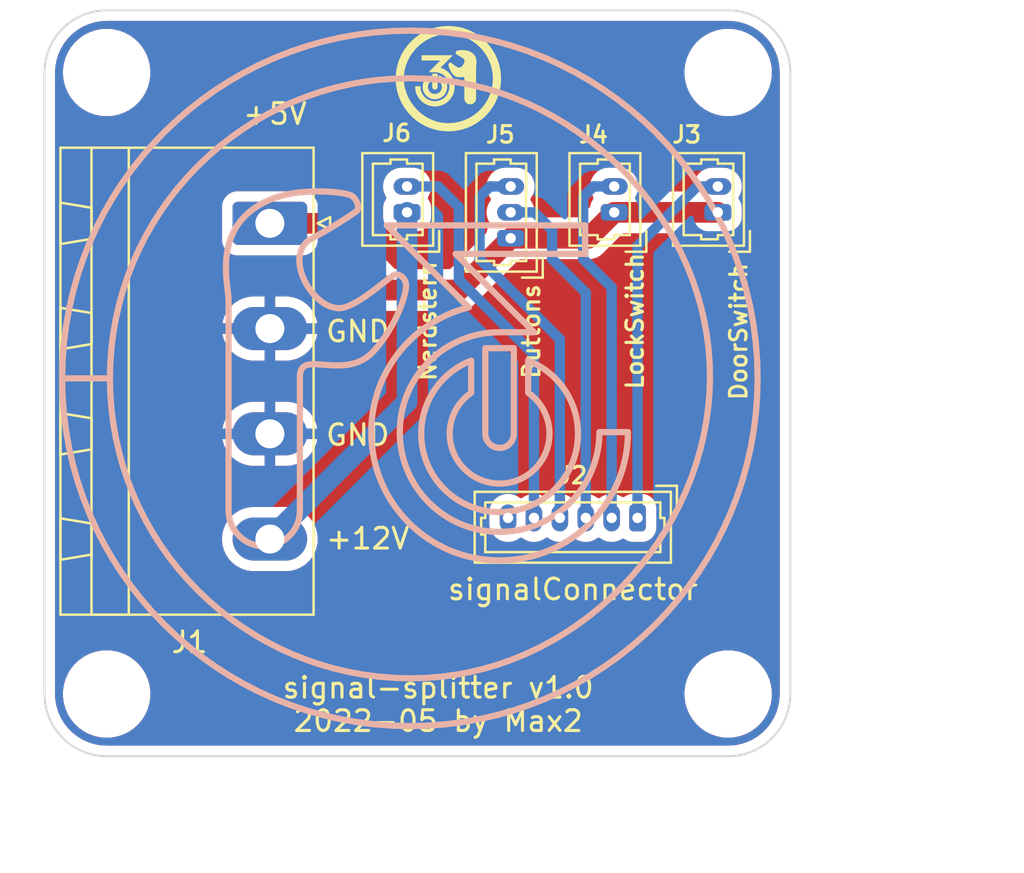
<source format=kicad_pcb>
(kicad_pcb (version 20211014) (generator pcbnew)
  (layers (0 "F.Cu" signal) (31 "B.Cu" signal) (34 "B.Paste" user) (35 "F.Paste" user) (36 "B.SilkS" user "B.Silkscreen") (37 "F.SilkS" user "F.Silkscreen") (38 "B.Mask" user) (39 "F.Mask" user) (44 "Edge.Cuts" user))
  (net 0 "")
  (net 1 "+12V")
  (net 2 "GND")
  (net 3 "+5V")
  (net 4 "/DoorState")
  (net 5 "/LockState")
  (net 6 "/CloseButton")
  (net 7 "/OpenButton")
  (net 8 "/NerdsternRelayGround")
  (footprint "MountingHole:MountingHole_3.2mm_M3_ISO14580" (layer "F.Cu") (at 90.5 56.5)
    (fp_text reference "H1" hide)
    (fp_text value "MountingHole")
  )
  (footprint "Connector_Molex:Molex_PicoBlade_53047-0610_1x06_P1.25mm_Vertical" (layer "F.Cu") (at 116.125 78 180)
    (fp_text reference "J2")
    (fp_text value "signalConnector")
  )
  (footprint "Connector_Molex:Molex_PicoBlade_53047-0210_1x02_P1.25mm_Vertical" (layer "F.Cu") (at 115 63.25 90)
    (fp_text reference "J4")
    (fp_text value "LockSwitch")
  )
  (footprint "MountingHole:MountingHole_3.2mm_M3_ISO14580" (layer "F.Cu") (at 120.5 56.5)
    (fp_text reference "H2" hide)
    (fp_text value "MountingHole")
  )
  (footprint "MountingHole:MountingHole_3.2mm_M3_ISO14580" (layer "F.Cu") (at 120.5 86.5)
    (fp_text reference "H4" hide)
    (fp_text value "MountingHole")
  )
  (footprint "MountingHole:MountingHole_3.2mm_M3_ISO14580" (layer "F.Cu") (at 90.5 86.5)
    (fp_text reference "H3" hide)
    (fp_text value "MountingHole")
  )
  (footprint "Connector_Phoenix_MSTB:PhoenixContact_MSTBA_2,5_4-G-5,08_1x04_P5.08mm_Horizontal" (layer "F.Cu") (at 98.3775 63.78 -90)
    (fp_text reference "J1")
    (fp_text value "powerConnector")
  )
  (footprint "Connector_Molex:Molex_PicoBlade_53047-0210_1x02_P1.25mm_Vertical" (layer "F.Cu") (at 120 63.25 90)
    (fp_text reference "J3")
    (fp_text value "DoorSwitch")
  )
  (footprint "Connector_Molex:Molex_PicoBlade_53047-0210_1x02_P1.25mm_Vertical" (layer "F.Cu") (at 105 63.25 90)
    (fp_text reference "J6")
    (fp_text value "Nerdstern")
  )
  (footprint "Connector_Molex:Molex_PicoBlade_53047-0310_1x03_P1.25mm_Vertical" (layer "F.Cu") (at 110 64.5 90)
    (fp_text reference "J5")
    (fp_text value "Buttons")
  )
  (gr_poly (pts (xy 100.507166 62.241759) (xy 100.207761 62.254568) (xy 99.902751 62.279151) (xy 99.749357 62.296226) (xy 99.596017 62.316686) (xy 99.443217 62.340678) (xy 99.291441 62.368349) (xy 99.141175 62.399846) (xy 98.992904 62.435316) (xy 98.847113 62.474906) (xy 98.704287 62.518763) (xy 98.564912 62.567034) (xy 98.429473 62.619867) (xy 98.165556 62.738474) (xy 97.923158 62.866253) (xy 97.701418 63.0025) (xy 97.499474 63.146505) (xy 97.316463 63.297561) (xy 97.151524 63.454962) (xy 97.003796 63.618) (xy 96.872416 63.785967) (xy 96.756522 63.958156) (xy 96.655254 64.13386) (xy 96.567749 64.312372) (xy 96.493146 64.492983) (xy 96.430582 64.674987) (xy 96.379196 64.857676) (xy 96.338126 65.040344) (xy 96.30651 65.222281) (xy 96.283487 65.402782) (xy 96.268195 65.581139) (xy 96.257357 65.92859) (xy 96.2671 66.258976) (xy 96.290532 66.566638) (xy 96.350882 67.091153) (xy 96.374013 67.296689) (xy 96.383256 67.456864) (xy 96.383256 77.645083) (xy 96.385583 77.733641) (xy 96.392313 77.821033) (xy 96.403337 77.907152) (xy 96.418548 77.99189) (xy 96.437837 78.075139) (xy 96.461096 78.15679) (xy 96.488218 78.236736) (xy 96.519093 78.314869) (xy 96.553615 78.391082) (xy 96.591675 78.465265) (xy 96.633165 78.537311) (xy 96.677977 78.607113) (xy 96.726003 78.674561) (xy 96.777134 78.739549) (xy 96.831264 78.801969) (xy 96.888283 78.861711) (xy 96.948084 78.91867) (xy 97.010558 78.972735) (xy 97.075598 79.023801) (xy 97.143096 79.071757) (xy 97.212943 79.116498) (xy 97.285031 79.157914) (xy 97.359253 79.195898) (xy 97.4355 79.230342) (xy 97.513664 79.261138) (xy 97.593638 79.288177) (xy 97.675313 79.311353) (xy 97.758581 79.330556) (xy 97.843333 79.34568) (xy 97.929463 79.356616) (xy 98.016862 79.363256) (xy 98.105422 79.365493) (xy 98.193981 79.363253) (xy 98.28138 79.35661) (xy 98.367509 79.345672) (xy 98.452261 79.330545) (xy 98.535529 79.311339) (xy 98.617203 79.288161) (xy 98.697176 79.261119) (xy 98.775339 79.230321) (xy 98.851585 79.195876) (xy 98.925806 79.15789) (xy 98.997894 79.116472) (xy 99.06774 79.07173) (xy 99.135236 79.023773) (xy 99.200275 78.972706) (xy 99.262748 78.91864) (xy 99.322547 78.861682) (xy 99.379565 78.801939) (xy 99.433692 78.73952) (xy 99.484822 78.674532) (xy 99.532846 78.607084) (xy 99.577656 78.537284) (xy 99.619144 78.465239) (xy 99.657202 78.391057) (xy 99.691721 78.314847) (xy 99.722595 78.236716) (xy 99.749714 78.156773) (xy 99.772971 78.075125) (xy 99.792257 77.99188) (xy 99.807465 77.907146) (xy 99.818487 77.821031) (xy 99.825214 77.733644) (xy 99.827538 77.645091) (xy 99.827538 71.179692) (xy 99.833803 71.058022) (xy 99.852239 70.953223) (xy 99.882307 70.864145) (xy 99.923466 70.789637) (xy 99.975179 70.72855) (xy 100.036905 70.679732) (xy 100.108105 70.642032) (xy 100.18824 70.614301) (xy 100.27677 70.595387) (xy 100.373157 70.584141) (xy 100.587342 70.580046) (xy 101.086254 70.613234) (xy 101.362353 70.632108) (xy 101.65046 70.640229) (xy 101.946262 70.628392) (xy 102.095699 70.612113) (xy 102.245443 70.587393) (xy 102.394952 70.553081) (xy 102.543688 70.508026) (xy 102.691112 70.451079) (xy 102.836684 70.381088) (xy 102.979865 70.296903) (xy 103.120116 70.197373) (xy 103.256896 70.081348) (xy 103.389668 69.947677) (xy 103.496448 69.827602) (xy 103.599165 69.705707) (xy 103.792536 69.457666) (xy 103.970033 69.205981) (xy 104.131912 68.953079) (xy 104.278424 68.701389) (xy 104.409824 68.453337) (xy 104.526366 68.21135) (xy 104.628302 67.977856) (xy 104.715886 67.755283) (xy 104.789373 67.546058) (xy 104.849015 67.352608) (xy 104.895065 67.17736) (xy 104.927779 67.022742) (xy 104.947408 66.891182) (xy 104.954207 66.785106) (xy 104.94843 66.706943) (xy 104.941899 66.675848) (xy 104.934319 66.645954) (xy 104.925735 66.617248) (xy 104.916191 66.589718) (xy 104.905731 66.563352) (xy 104.8944 66.538137) (xy 104.882243 66.514061) (xy 104.869303 66.491112) (xy 104.855625 66.469277) (xy 104.841254 66.448544) (xy 104.826233 66.428901) (xy 104.810608 66.410335) (xy 104.794423 66.392834) (xy 104.777722 66.376386) (xy 104.76055 66.360978) (xy 104.742951 66.346599) (xy 104.724969 66.333235) (xy 104.706649 66.320874) (xy 104.688036 66.309504) (xy 104.669173 66.299113) (xy 104.650106 66.289689) (xy 104.630878 66.281219) (xy 104.611535 66.27369) (xy 104.592119 66.267091) (xy 104.553252 66.256631) (xy 104.514632 66.249741) (xy 104.476615 66.246323) (xy 104.439555 66.246277) (xy 104.418543 66.250423) (xy 104.392104 66.260988) (xy 104.323748 66.299959) (xy 104.236095 66.360365) (xy 104.130752 66.439379) (xy 103.564629 66.885002) (xy 103.217222 67.145993) (xy 103.033059 67.276143) (xy 102.844065 67.402294) (xy 102.651849 67.521621) (xy 102.458019 67.631298) (xy 102.26418 67.728499) (xy 102.071942 67.810399) (xy 101.936198 67.851651) (xy 101.798812 67.872688) (xy 101.660499 67.874592) (xy 101.521976 67.858446) (xy 101.383959 67.825333) (xy 101.247164 67.776335) (xy 101.112306 67.712534) (xy 100.980102 67.635014) (xy 100.851267 67.544857) (xy 100.726518 67.443145) (xy 100.606571 67.330961) (xy 100.492142 67.209387) (xy 100.383947 67.079506) (xy 100.282702 66.942401) (xy 100.189122 66.799154) (xy 100.103924 66.650848) (xy 100.027824 66.498565) (xy 99.961538 66.343387) (xy 99.905782 66.186398) (xy 99.861272 66.02868) (xy 99.828724 65.871316) (xy 99.808854 65.715387) (xy 99.802378 65.561978) (xy 99.810012 65.412169) (xy 99.832472 65.267044) (xy 99.870474 65.127685) (xy 99.924734 64.995175) (xy 99.995968 64.870596) (xy 100.084892 64.755032) (xy 100.192223 64.649563) (xy 100.318676 64.555274) (xy 100.464966 64.473247) (xy 100.590022 64.410315) (xy 100.730703 64.335115) (xy 101.046482 64.156243) (xy 101.38739 63.953299) (xy 101.728513 63.742951) (xy 102.044938 63.541868) (xy 102.31175 63.366716) (xy 102.504038 63.234165) (xy 102.564449 63.189074) (xy 102.596886 63.160883) (xy 102.60511 63.150399) (xy 102.612362 63.138069) (xy 102.618631 63.124002) (xy 102.623903 63.108305) (xy 102.628167 63.091086) (xy 102.631411 63.072451) (xy 102.634791 63.031365) (xy 102.633946 62.985907) (xy 102.628781 62.936936) (xy 102.619199 62.885312) (xy 102.605105 62.831894) (xy 102.586401 62.777542) (xy 102.562992 62.723115) (xy 102.534781 62.669472) (xy 102.518845 62.643213) (xy 102.501673 62.617473) (xy 102.483253 62.592358) (xy 102.463572 62.567977) (xy 102.442618 62.544436) (xy 102.42038 62.521843) (xy 102.396845 62.500305) (xy 102.372002 62.479931) (xy 102.345839 62.460827) (xy 102.318343 62.4431) (xy 102.28482 62.425952) (xy 102.240896 62.408618) (xy 102.187041 62.391264) (xy 102.123726 62.374058) (xy 101.970591 62.34075) (xy 101.785253 62.310024) (xy 101.571472 62.283212) (xy 101.333007 62.261642) (xy 101.073619 62.246645) (xy 100.797068 62.239552) (xy 100.797069 62.239552) (xy 100.79707 62.239551) (xy 100.797071 62.239551) (xy 100.797072 62.239551) (xy 100.797073 62.239551) (xy 100.797074 62.239551) (xy 100.797075 62.239551) (xy 100.797076 62.239551) (xy 100.797077 62.23955) (xy 100.797078 62.23955) (xy 100.797079 62.23955) (xy 100.79708 62.239549) (xy 100.797081 62.239549) (xy 100.797082 62.239549) (xy 100.797083 62.239549) (xy 100.797084 62.239549) (xy 100.797085 62.239549)) (layer "B.SilkS") (width 0.3) (fill none))
  (gr_poly (pts (xy 108.778372 73.930867) (xy 108.779276 73.966291) (xy 108.781957 74.001265) (xy 108.786371 74.035746) (xy 108.792474 74.069688) (xy 108.800222 74.103047) (xy 108.80957 74.13578) (xy 108.820474 74.167842) (xy 108.832891 74.199189) (xy 108.846774 74.229776) (xy 108.862082 74.25956) (xy 108.878768 74.288495) (xy 108.896789 74.316538) (xy 108.916101 74.343645) (xy 108.936659 74.369771) (xy 108.95842 74.394872) (xy 108.981338 74.418903) (xy 109.005369 74.441821) (xy 109.03047 74.463581) (xy 109.056596 74.484139) (xy 109.083703 74.503451) (xy 109.111746 74.521472) (xy 109.140682 74.538159) (xy 109.170466 74.553466) (xy 109.201053 74.567349) (xy 109.2324 74.579766) (xy 109.264462 74.59067) (xy 109.297195 74.600018) (xy 109.330554 74.607766) (xy 109.364497 74.613869) (xy 109.398977 74.618283) (xy 109.433951 74.620964) (xy 109.469375 74.621867) (xy 109.504784 74.620964) (xy 109.539713 74.618283) (xy 109.574121 74.613869) (xy 109.607966 74.607766) (xy 109.641204 74.600018) (xy 109.673794 74.59067) (xy 109.705693 74.579766) (xy 109.73686 74.567349) (xy 109.767251 74.553466) (xy 109.796825 74.538159) (xy 109.825539 74.521472) (xy 109.853351 74.503451) (xy 109.880219 74.484139) (xy 109.906099 74.463581) (xy 109.930951 74.441821) (xy 109.954732 74.418903) (xy 109.977399 74.394872) (xy 109.99891 74.369771) (xy 110.019223 74.343645) (xy 110.038296 74.316538) (xy 110.056086 74.288495) (xy 110.072551 74.25956) (xy 110.087648 74.229776) (xy 110.101336 74.199189) (xy 110.113572 74.167842) (xy 110.124314 74.13578) (xy 110.133519 74.103047) (xy 110.141145 74.069688) (xy 110.14715 74.035746) (xy 110.151492 74.001265) (xy 110.154128 73.966291) (xy 110.155017 73.930867) (xy 110.155017 69.806298) (xy 108.778372 69.806298)) (layer "B.SilkS") (width 0.3) (fill none))
  (gr_poly (pts (xy 107.83325 70.518781) (xy 107.584246 70.649698) (xy 107.346583 70.798126) (xy 107.121126 70.963207) (xy 106.908739 71.144083) (xy 106.710285 71.339896) (xy 106.52663 71.549789) (xy 106.358638 71.772903) (xy 106.207172 72.008381) (xy 106.073098 72.255366) (xy 105.957279 72.512999) (xy 105.86058 72.780422) (xy 105.783865 73.056779) (xy 105.727999 73.34121) (xy 105.693845 73.632859) (xy 105.682269 73.930867) (xy 105.687199 74.12566) (xy 105.701832 74.317906) (xy 105.725929 74.507367) (xy 105.759252 74.693804) (xy 105.801561 74.876979) (xy 105.852618 75.056653) (xy 105.912185 75.232587) (xy 105.980023 75.404543) (xy 106.055894 75.572283) (xy 106.13956 75.735568) (xy 106.230781 75.89416) (xy 106.329319 76.047819) (xy 106.434936 76.196309) (xy 106.547393 76.339389) (xy 106.666452 76.476821) (xy 106.791873 76.608367) (xy 106.92342 76.733789) (xy 107.060852 76.852848) (xy 107.203932 76.965305) (xy 107.352421 77.070922) (xy 107.506081 77.16946) (xy 107.664673 77.260681) (xy 107.827958 77.344347) (xy 107.995698 77.420218) (xy 108.167654 77.488056) (xy 108.343589 77.547623) (xy 108.523263 77.598681) (xy 108.706437 77.64099) (xy 108.892875 77.674312) (xy 109.082336 77.698409) (xy 109.274582 77.713042) (xy 109.469375 77.717973) (xy 109.469383 77.717971) (xy 109.66416 77.71304) (xy 109.856361 77.698407) (xy 110.045749 77.67431) (xy 110.232088 77.640988) (xy 110.415141 77.598679) (xy 110.594672 77.547621) (xy 110.770443 77.488054) (xy 110.94222 77.420216) (xy 111.109764 77.344345) (xy 111.272839 77.260679) (xy 111.431209 77.169458) (xy 111.584637 77.07092) (xy 111.732887 76.965303) (xy 111.875722 76.852846) (xy 112.012906 76.733787) (xy 112.144202 76.608365) (xy 112.269372 76.476819) (xy 112.388182 76.339387) (xy 112.500395 76.196307) (xy 112.605773 76.047818) (xy 112.70408 75.894158) (xy 112.795079 75.735566) (xy 112.878535 75.572281) (xy 112.954211 75.404541) (xy 113.021869 75.232585) (xy 113.081274 75.056651) (xy 113.132188 74.876977) (xy 113.174376 74.693802) (xy 113.2076 74.507365) (xy 113.231625 74.317904) (xy 113.246213 74.125658) (xy 113.251129 73.930865) (xy 113.248228 73.78112) (xy 113.239596 73.632857) (xy 113.225341 73.486184) (xy 113.205569 73.341208) (xy 113.180386 73.198037) (xy 113.149901 73.056777) (xy 113.114219 72.917536) (xy 113.073448 72.780421) (xy 113.027694 72.645539) (xy 112.977065 72.512997) (xy 112.921667 72.382904) (xy 112.861608 72.255365) (xy 112.796993 72.130488) (xy 112.72793 72.00838) (xy 112.654526 71.889149) (xy 112.576888 71.772902) (xy 112.495122 71.659746) (xy 112.409335 71.549788) (xy 112.319635 71.443135) (xy 112.226129 71.339895) (xy 112.128922 71.240175) (xy 112.028122 71.144082) (xy 111.923836 71.051724) (xy 111.816171 70.963206) (xy 111.705233 70.878638) (xy 111.59113 70.798126) (xy 111.473968 70.721777) (xy 111.353854 70.649698) (xy 111.230896 70.581997) (xy 111.105199 70.518781) (xy 110.976871 70.460157) (xy 110.846019 70.406232) (xy 110.846019 71.959641) (xy 110.960013 72.044382) (xy 111.068691 72.135528) (xy 111.171771 72.232804) (xy 111.268973 72.335938) (xy 111.360015 72.444655) (xy 111.444615 72.558683) (xy 111.522493 72.677748) (xy 111.593368 72.801576) (xy 111.656958 72.929895) (xy 111.712982 73.062429) (xy 111.761158 73.198907) (xy 111.801205 73.339053) (xy 111.832843 73.482596) (xy 111.85579 73.629262) (xy 111.869764 73.778776) (xy 111.874485 73.930865) (xy 111.871361 74.054826) (xy 111.86209 74.177169) (xy 111.846821 74.297741) (xy 111.825705 74.416392) (xy 111.798891 74.532969) (xy 111.76653 74.64732) (xy 111.728771 74.759293) (xy 111.685765 74.868736) (xy 111.637661 74.975498) (xy 111.58461 75.079426) (xy 111.526761 75.180368) (xy 111.464265 75.278172) (xy 111.397272 75.372687) (xy 111.325931 75.46376) (xy 111.250392 75.551239) (xy 111.170806 75.634974) (xy 111.087323 75.71481) (xy 111.000092 75.790597) (xy 110.909263 75.862183) (xy 110.814987 75.929416) (xy 110.717414 75.992143) (xy 110.616693 76.050212) (xy 110.512975 76.103473) (xy 110.406409 76.151772) (xy 110.297146 76.194959) (xy 110.185336 76.23288) (xy 110.071127 76.265384) (xy 109.954672 76.292319) (xy 109.836119 76.313533) (xy 109.715618 76.328873) (xy 109.593321 76.338189) (xy 109.469375 76.341329) (xy 109.345415 76.338189) (xy 109.223072 76.328873) (xy 109.102499 76.313533) (xy 108.983848 76.292319) (xy 108.867272 76.265384) (xy 108.752921 76.23288) (xy 108.640948 76.194958) (xy 108.531504 76.151772) (xy 108.424743 76.103473) (xy 108.320815 76.050212) (xy 108.219873 75.992142) (xy 108.122069 75.929415) (xy 108.027554 75.862183) (xy 107.936481 75.790597) (xy 107.849001 75.714809) (xy 107.765267 75.634973) (xy 107.68543 75.551239) (xy 107.609643 75.463759) (xy 107.538057 75.372686) (xy 107.470825 75.278171) (xy 107.408097 75.180367) (xy 107.350027 75.079425) (xy 107.296767 74.975497) (xy 107.248467 74.868735) (xy 107.205281 74.759292) (xy 107.16736 74.647319) (xy 107.134856 74.532968) (xy 107.107921 74.416392) (xy 107.086707 74.297741) (xy 107.071366 74.177168) (xy 107.06205 74.054826) (xy 107.058911 73.930865) (xy 107.060103 73.854398) (xy 107.063656 73.778554) (xy 107.069534 73.703367) (xy 107.077701 73.628871) (xy 107.088124 73.555098) (xy 107.100766 73.482083) (xy 107.132566 73.338461) (xy 107.172819 73.198272) (xy 107.221244 73.061785) (xy 107.277557 72.929269) (xy 107.341476 72.800993) (xy 107.412718 72.677224) (xy 107.491 72.558233) (xy 107.576041 72.444287) (xy 107.667558 72.335655) (xy 107.765268 72.232606) (xy 107.868888 72.135408) (xy 107.978136 72.04433) (xy 108.09273 71.959641) (xy 108.09273 70.406232)) (layer "B.SilkS") (width 0.3) (fill none))
  (gr_poly (pts (xy 104.016389 63.878669) (xy 107.980261 67.837184) (xy 107.728858 67.904759) (xy 107.481791 67.982523) (xy 107.2393 68.070236) (xy 107.001625 68.167657) (xy 106.541674 68.390657) (xy 106.103851 68.649594) (xy 105.690068 68.94254) (xy 105.302235 69.267567) (xy 104.942266 69.622745) (xy 104.612071 70.006147) (xy 104.313563 70.415844) (xy 104.048653 70.849907) (xy 103.819253 71.306408) (xy 103.718467 71.54247) (xy 103.627276 71.783418) (xy 103.545918 72.029012) (xy 103.474632 72.27901) (xy 103.413657 72.53317) (xy 103.363233 72.791253) (xy 103.323599 73.053017) (xy 103.294992 73.318221) (xy 103.277653 73.586623) (xy 103.271821 73.857984) (xy 103.279875 74.176722) (xy 103.303779 74.491267) (xy 103.343145 74.801228) (xy 103.397583 75.106219) (xy 103.466706 75.405849) (xy 103.550124 75.699731) (xy 103.64745 75.987476) (xy 103.758294 76.268696) (xy 103.882269 76.543002) (xy 104.018985 76.810005) (xy 104.168054 77.069318) (xy 104.329088 77.320551) (xy 104.501698 77.563316) (xy 104.685496 77.797224) (xy 104.880093 78.021888) (xy 105.085101 78.236917) (xy 105.30013 78.441925) (xy 105.524793 78.636522) (xy 105.758701 78.820321) (xy 106.001466 78.992931) (xy 106.252699 79.153965) (xy 106.512011 79.303035) (xy 106.779014 79.439751) (xy 107.053319 79.563726) (xy 107.334539 79.674571) (xy 107.622284 79.771896) (xy 107.916166 79.855315) (xy 108.215796 79.924438) (xy 108.520786 79.978876) (xy 108.830747 80.018242) (xy 109.145291 80.042146) (xy 109.46403 80.0502) (xy 109.782784 80.042146) (xy 110.097373 80.018242) (xy 110.407407 79.978876) (xy 110.712494 79.924438) (xy 111.012246 79.855315) (xy 111.306271 79.771896) (xy 111.594178 79.674571) (xy 111.875578 79.563726) (xy 112.15008 79.439751) (xy 112.417292 79.303035) (xy 112.676826 79.153965) (xy 112.92829 78.992931) (xy 113.171294 78.820321) (xy 113.405447 78.636522) (xy 113.630359 78.441925) (xy 113.84564 78.236917) (xy 114.050898 78.021888) (xy 114.245744 77.797224) (xy 114.429787 77.563316) (xy 114.602636 77.320551) (xy 114.763901 77.069318) (xy 114.913192 76.810005) (xy 115.050118 76.543002) (xy 115.174289 76.268696) (xy 115.285313 75.987476) (xy 115.382802 75.699731) (xy 115.466363 75.405849) (xy 115.535607 75.106219) (xy 115.590143 74.801228) (xy 115.629581 74.491267) (xy 115.65353 74.176722) (xy 115.6616 73.857984) (xy 114.284957 73.857984) (xy 114.278678 74.10589) (xy 114.260046 74.35053) (xy 114.229364 74.591604) (xy 114.186937 74.828807) (xy 114.133067 75.06184) (xy 114.068059 75.290399) (xy 113.992216 75.514183) (xy 113.905844 75.732889) (xy 113.809245 75.946216) (xy 113.702724 76.153862) (xy 113.586584 76.355525) (xy 113.46113 76.550903) (xy 113.326665 76.739693) (xy 113.183494 76.921595) (xy 113.031919 77.096306) (xy 112.872246 77.263523) (xy 112.704778 77.422946) (xy 112.529819 77.574271) (xy 112.347672 77.717198) (xy 112.158643 77.851424) (xy 111.963034 77.976647) (xy 111.76115 78.092566) (xy 111.553294 78.198877) (xy 111.339772 78.29528) (xy 111.120885 78.381473) (xy 110.896939 78.457153) (xy 110.668237 78.522018) (xy 110.435084 78.575766) (xy 110.197782 78.618097) (xy 109.956637 78.648706) (xy 109.711951 78.667293) (xy 109.46403 78.673556) (xy 109.216124 78.667293) (xy 108.971483 78.648706) (xy 108.73041 78.618097) (xy 108.493206 78.575766) (xy 108.260174 78.522018) (xy 108.031615 78.457153) (xy 107.807831 78.381473) (xy 107.589124 78.29528) (xy 107.375797 78.198877) (xy 107.168151 78.092566) (xy 106.966488 77.976647) (xy 106.771111 77.851424) (xy 106.58232 77.717198) (xy 106.400418 77.574271) (xy 106.225708 77.422946) (xy 106.05849 77.263523) (xy 105.899068 77.096306) (xy 105.747742 76.921595) (xy 105.604815 76.739693) (xy 105.470589 76.550903) (xy 105.345366 76.355525) (xy 105.229448 76.153862) (xy 105.123136 75.946216) (xy 105.026733 75.732889) (xy 104.940541 75.514183) (xy 104.864861 75.290399) (xy 104.799996 75.06184) (xy 104.746247 74.828807) (xy 104.703917 74.591604) (xy 104.673307 74.35053) (xy 104.65472 74.10589) (xy 104.648457 73.857984) (xy 104.65472 73.610063) (xy 104.673307 73.365378) (xy 104.703917 73.124232) (xy 104.746247 72.886931) (xy 104.799996 72.653778) (xy 104.864861 72.425076) (xy 104.940541 72.20113) (xy 105.026733 71.982244) (xy 105.123136 71.768721) (xy 105.229448 71.560866) (xy 105.345366 71.358982) (xy 105.470589 71.163373) (xy 105.604815 70.974343) (xy 105.747742 70.792197) (xy 105.899068 70.617238) (xy 106.05849 70.449769) (xy 106.225708 70.290096) (xy 106.400418 70.138521) (xy 106.58232 69.99535) (xy 106.771111 69.860885) (xy 106.966488 69.73543) (xy 107.168151 69.61929) (xy 107.375797 69.512769) (xy 107.589124 69.41617) (xy 107.807831 69.329797) (xy 108.031615 69.253955) (xy 108.260174 69.188947) (xy 108.493206 69.135077) (xy 108.73041 69.092649) (xy 108.971483 69.061967) (xy 109.216124 69.043335) (xy 109.46403 69.037057) (xy 111.129924 69.037057) (xy 107.342818 65.255311) (xy 113.593954 65.255311) (xy 113.593954 63.878667)) (layer "B.SilkS") (width 0.3) (fill none))
  (gr_poly (pts (xy 104.272548 54.5) (xy 103.420157 54.564821) (xy 102.580157 54.671567) (xy 101.753601 54.819183) (xy 100.941546 55.006614) (xy 100.145045 55.232805) (xy 99.365154 55.496702) (xy 98.602927 55.79725) (xy 97.859419 56.133394) (xy 97.135685 56.504079) (xy 96.43278 56.90825) (xy 95.751759 57.344853) (xy 95.093676 57.812833) (xy 94.459586 58.311135) (xy 93.850544 58.838704) (xy 93.267605 59.394486) (xy 92.711824 59.977425) (xy 92.184255 60.586467) (xy 91.685953 61.220556) (xy 91.217973 61.878639) (xy 90.781369 62.559661) (xy 90.377198 63.262566) (xy 90.006513 63.9863) (xy 89.670369 64.729808) (xy 89.369821 65.492035) (xy 89.105924 66.271926) (xy 88.879732 67.068427) (xy 88.692301 67.880483) (xy 88.544685 68.707039) (xy 88.437939 69.54704) (xy 88.373118 70.399431) (xy 88.351277 71.263158) (xy 88.373118 72.126884) (xy 88.437939 72.979276) (xy 88.544685 73.819276) (xy 88.692301 74.645832) (xy 88.879732 75.457887) (xy 89.105924 76.254388) (xy 89.369821 77.034279) (xy 89.670369 77.796506) (xy 90.006513 78.540013) (xy 90.377198 79.263747) (xy 90.78137 79.966652) (xy 91.217973 80.647673) (xy 91.685953 81.305756) (xy 92.184255 81.939845) (xy 92.711824 82.548887) (xy 93.267606 83.131825) (xy 93.850545 83.687607) (xy 94.459587 84.215175) (xy 95.093677 84.713477) (xy 95.75176 85.181457) (xy 96.432781 85.61806) (xy 97.135686 86.022231) (xy 97.85942 86.392916) (xy 98.602928 86.729059) (xy 99.365154 87.029607) (xy 100.145046 87.293504) (xy 100.941546 87.519695) (xy 101.753602 87.707126) (xy 102.580157 87.854742) (xy 103.420158 87.961488) (xy 104.272549 88.026309) (xy 105.136275 88.04815) (xy 106.000001 88.026309) (xy 106.852392 87.961488) (xy 107.692393 87.854742) (xy 108.518948 87.707126) (xy 109.331004 87.519695) (xy 110.127504 87.293504) (xy 110.907395 87.029607) (xy 111.669622 86.729059) (xy 112.41313 86.392915) (xy 113.136863 86.02223) (xy 113.839768 85.618059) (xy 114.520789 85.181456) (xy 115.178872 84.713476) (xy 115.812962 84.215174) (xy 116.422004 83.687605) (xy 117.004943 83.131824) (xy 117.560724 82.548885) (xy 118.088293 81.939843) (xy 118.586595 81.305753) (xy 119.054575 80.647671) (xy 119.491178 79.966649) (xy 119.895349 79.263745) (xy 120.266035 78.540011) (xy 120.602178 77.796503) (xy 120.902726 77.034277) (xy 121.166623 76.254385) (xy 121.392815 75.457885) (xy 121.580246 74.645829) (xy 121.727862 73.819274) (xy 121.834608 72.979273) (xy 121.899429 72.126882) (xy 121.92127 71.263156) (xy 119.621307 71.263156) (xy 119.597523 71.968119) (xy 119.537273 72.668546) (xy 119.441437 73.36326) (xy 119.310895 74.051088) (xy 119.146525 74.730854) (xy 118.949208 75.401383) (xy 118.719824 76.061499) (xy 118.459252 76.710028) (xy 118.168371 77.345793) (xy 117.848062 77.967621) (xy 117.499204 78.574336) (xy 117.122677 79.164763) (xy 116.71936 79.737726) (xy 116.290134 80.292051) (xy 115.835877 80.826562) (xy 115.357469 81.340084) (xy 114.855791 81.831441) (xy 114.331721 82.29946) (xy 113.786139 82.742964) (xy 113.219926 83.160779) (xy 112.633961 83.551729) (xy 112.029122 83.914639) (xy 111.406291 84.248333) (xy 110.766347 84.551638) (xy 110.110169 84.823377) (xy 109.438637 85.062376) (xy 108.752631 85.267458) (xy 108.05303 85.43745) (xy 107.340715 85.571176) (xy 106.616564 85.66746) (xy 105.881457 85.725128) (xy 105.136275 85.743005) (xy 104.390948 85.721905) (xy 103.655428 85.664025) (xy 102.930622 85.570258) (xy 102.217441 85.4415) (xy 101.516792 85.278646) (xy 100.829584 85.08259) (xy 100.156725 84.854228) (xy 99.499125 84.594454) (xy 98.857691 84.304164) (xy 98.233332 83.984251) (xy 97.626957 83.635612) (xy 97.039474 83.259141) (xy 96.471793 82.855733) (xy 95.92482 82.426283) (xy 95.399466 81.971685) (xy 94.896639 81.492835) (xy 94.417247 80.990628) (xy 93.962198 80.465958) (xy 93.532402 79.91972) (xy 93.128767 79.35281) (xy 92.752202 78.766121) (xy 92.403614 78.16055) (xy 92.083914 77.536991) (xy 91.794008 76.896339) (xy 91.534806 76.239488) (xy 91.307217 75.567334) (xy 91.112149 74.880772) (xy 90.95051 74.180696) (xy 90.82321 73.468002) (xy 90.731156 72.743584) (xy 90.675257 72.008337) (xy 90.656422 71.263156) (xy 90.675259 70.517887) (xy 90.731165 69.782387) (xy 90.823229 69.057567) (xy 90.950544 68.344337) (xy 91.1122 67.64361) (xy 91.307288 66.956294) (xy 91.534899 66.283302) (xy 91.794124 65.625545) (xy 92.084055 64.983933) (xy 92.403781 64.359377) (xy 92.752394 63.752789) (xy 93.128985 63.165079) (xy 93.532645 62.597157) (xy 93.962465 62.049936) (xy 94.417536 61.524326) (xy 94.896949 61.021237) (xy 95.399794 60.541582) (xy 95.925163 60.08627) (xy 96.472147 59.656213) (xy 97.039837 59.252321) (xy 97.627323 58.875506) (xy 98.233697 58.526678) (xy 98.858049 58.206749) (xy 99.499471 57.916629) (xy 100.157054 57.657229) (xy 100.829888 57.42946) (xy 101.517065 57.234234) (xy 102.217675 57.072461) (xy 102.930809 56.945051) (xy 103.655559 56.852917) (xy 104.391016 56.796968) (xy 105.136269 56.778116) (xy 105.881697 56.79827) (xy 106.617654 56.857957) (xy 107.343198 56.956014) (xy 108.057387 57.091277) (xy 108.75928 57.262585) (xy 109.447935 57.468774) (xy 110.122411 57.708681) (xy 110.781765 57.981143) (xy 111.425056 58.284998) (xy 112.051342 58.619082) (xy 112.659681 58.982232) (xy 113.249132 59.373286) (xy 113.818752 59.79108) (xy 114.367601 60.234452) (xy 114.894736 60.702238) (xy 115.399216 61.193276) (xy 115.880099 61.706403) (xy 116.336443 62.240455) (xy 116.767306 62.794271) (xy 117.171747 63.366686) (xy 117.548824 63.956539) (xy 117.897595 64.562665) (xy 118.217119 65.183903) (xy 118.506453 65.819089) (xy 118.764657 66.46706) (xy 118.990787 67.126653) (xy 119.183904 67.796705) (xy 119.343064 68.476054) (xy 119.467326 69.163537) (xy 119.555748 69.85799) (xy 119.607389 70.558251) (xy 119.621307 71.263156) (xy 121.92127 71.263156) (xy 121.899429 70.399429) (xy 121.834608 69.547038) (xy 121.727862 68.707037) (xy 121.580246 67.880481) (xy 121.392815 67.068426) (xy 121.166623 66.271925) (xy 120.902726 65.492034) (xy 120.602178 64.729807) (xy 120.266035 63.986299) (xy 119.895349 63.262565) (xy 119.491178 62.55966) (xy 119.054575 61.878639) (xy 118.586595 61.220556) (xy 118.088293 60.586466) (xy 117.560724 59.977424) (xy 117.004943 59.394485) (xy 116.422004 58.838704) (xy 115.812962 58.311135) (xy 115.178872 57.812833) (xy 114.520789 57.344853) (xy 113.839768 56.90825) (xy 113.136863 56.504079) (xy 112.41313 56.133394) (xy 111.669622 55.79725) (xy 110.907395 55.496702) (xy 110.127504 55.232805) (xy 109.331004 55.006614) (xy 108.518948 54.819183) (xy 107.692393 54.671567) (xy 106.852392 54.564821) (xy 106.000001 54.5) (xy 105.136275 54.478159)) (layer "B.SilkS") (width 0.3) (fill none))
  (gr_poly (pts (xy 107.161962 55.688821) (xy 106.567381 56.282598) (xy 106.605092 56.292734) (xy 106.642152 56.304399) (xy 106.678525 56.317556) (xy 106.714177 56.332169) (xy 106.783169 56.365619) (xy 106.848843 56.404459) (xy 106.91091 56.448401) (xy 106.969085 56.497155) (xy 107.023081 56.550432) (xy 107.07261 56.607942) (xy 107.117386 56.669397) (xy 107.157123 56.734506) (xy 107.191532 56.802982) (xy 107.20665 56.838391) (xy 107.220329 56.874533) (xy 107.232533 56.911372) (xy 107.243226 56.948872) (xy 107.252372 56.986996) (xy 107.259935 57.025708) (xy 107.265881 57.064973) (xy 107.270172 57.104754) (xy 107.272772 57.145014) (xy 107.273647 57.185718) (xy 107.272439 57.233529) (xy 107.268854 57.28071) (xy 107.262949 57.327205) (xy 107.254783 57.372953) (xy 107.244415 57.417898) (xy 107.231902 57.46198) (xy 107.217303 57.505142) (xy 107.200676 57.547325) (xy 107.18208 57.588471) (xy 107.161573 57.628521) (xy 107.139212 57.667418) (xy 107.115057 57.705103) (xy 107.089166 57.741518) (xy 107.061596 57.776604) (xy 107.032406 57.810304) (xy 107.001655 57.842558) (xy 106.969401 57.873309) (xy 106.935701 57.902499) (xy 106.900615 57.930068) (xy 106.864201 57.95596) (xy 106.826516 57.980115) (xy 106.787619 58.002476) (xy 106.747568 58.022983) (xy 106.706423 58.041579) (xy 106.66424 58.058206) (xy 106.621078 58.072805) (xy 106.576996 58.085318) (xy 106.532051 58.095686) (xy 106.486303 58.103852) (xy 106.439808 58.109757) (xy 106.392627 58.113342) (xy 106.344816 58.11455) (xy 106.297003 58.113342) (xy 106.249815 58.109757) (xy 106.203309 58.103852) (xy 106.157546 58.095686) (xy 106.112584 58.085318) (xy 106.06848 58.072805) (xy 106.025294 58.058206) (xy 105.983084 58.041579) (xy 105.941909 58.022983) (xy 105.901827 58.002476) (xy 105.862897 57.980115) (xy 105.825177 57.95596) (xy 105.788726 57.930068) (xy 105.753603 57.902499) (xy 105.719867 57.873309) (xy 105.687575 57.842558) (xy 105.656786 57.810304) (xy 105.627559 57.776604) (xy 105.599952 57.741518) (xy 105.574025 57.705103) (xy 105.549835 57.667418) (xy 105.527442 57.628521) (xy 105.506903 57.588471) (xy 105.488277 57.547325) (xy 105.471623 57.505142) (xy 105.457 57.46198) (xy 105.444466 57.417898) (xy 105.434079 57.372953) (xy 105.425899 57.327205) (xy 105.419983 57.28071) (xy 105.416391 57.233529) (xy 105.41518 57.185718) (xy 105.621677 57.185718) (xy 105.622619 57.222904) (xy 105.625414 57.2596) (xy 105.630016 57.295761) (xy 105.63638 57.331342) (xy 105.64446 57.366296) (xy 105.654212 57.40058) (xy 105.665588 57.434148) (xy 105.678544 57.466954) (xy 105.693034 57.498953) (xy 105.709012 57.5301) (xy 105.726433 57.560349) (xy 105.745251 57.589656) (xy 105.765421 57.617974) (xy 105.786896 57.64526) (xy 105.809633 57.671466) (xy 105.833584 57.696549) (xy 105.858704 57.720462) (xy 105.884948 57.743161) (xy 105.91227 57.7646) (xy 105.940624 57.784734) (xy 105.969965 57.803518) (xy 106.000248 57.820905) (xy 106.031426 57.836852) (xy 106.063455 57.851312) (xy 106.096288 57.864241) (xy 106.12988 57.875593) (xy 106.164185 57.885323) (xy 106.199158 57.893385) (xy 106.234753 57.899735) (xy 106.270925 57.904326) (xy 106.307628 57.907114) (xy 106.344816 57.908054) (xy 106.382002 57.907114) (xy 106.418698 57.904326) (xy 106.454859 57.899735) (xy 106.49044 57.893385) (xy 106.525394 57.885323) (xy 106.559678 57.875593) (xy 106.593246 57.864241) (xy 106.626052 57.851312) (xy 106.658051 57.836852) (xy 106.689198 57.820905) (xy 106.719447 57.803518) (xy 106.748754 57.784734) (xy 106.777072 57.7646) (xy 106.804358 57.743161) (xy 106.830564 57.720462) (xy 106.855647 57.696549) (xy 106.87956 57.671466) (xy 106.902259 57.64526) (xy 106.923698 57.617974) (xy 106.943832 57.589656) (xy 106.962616 57.560349) (xy 106.980003 57.5301) (xy 106.99595 57.498953) (xy 107.010411 57.466954) (xy 107.023339 57.434148) (xy 107.034691 57.40058) (xy 107.044421 57.366296) (xy 107.052483 57.331342) (xy 107.058833 57.295761) (xy 107.063424 57.2596) (xy 107.066212 57.222904) (xy 107.067152 57.185718) (xy 107.066212 57.14853) (xy 107.063424 57.111827) (xy 107.058833 57.075655) (xy 107.052483 57.04006) (xy 107.044421 57.005087) (xy 107.034691 56.970782) (xy 107.023339 56.93719) (xy 107.010411 56.904357) (xy 106.99595 56.872329) (xy 106.980003 56.84115) (xy 106.962616 56.810868) (xy 106.943832 56.781526) (xy 106.923698 56.753172) (xy 106.902259 56.72585) (xy 106.87956 56.699606) (xy 106.855647 56.674486) (xy 106.830564 56.650535) (xy 106.804358 56.627799) (xy 106.777072 56.606323) (xy 106.748754 56.586153) (xy 106.719447 56.567335) (xy 106.689198 56.549914) (xy 106.658051 56.533936) (xy 106.626052 56.519446) (xy 106.593246 56.50649) (xy 106.559678 56.495114) (xy 106.525394 56.485362) (xy 106.49044 56.477282) (xy 106.454859 56.470918) (xy 106.418698 56.466315) (xy 106.382002 56.463521) (xy 106.344816 56.462579) (xy 106.094932 56.462579) (xy 106.662998 55.895317) (xy 105.725327 55.895317) (xy 105.725327 55.68882)) (layer "F.SilkS") (width 0.05) (fill solid))
  (gr_poly (pts (xy 107.123538 54.28202) (xy 107.251397 54.291744) (xy 107.377397 54.307755) (xy 107.50138 54.329898) (xy 107.623189 54.358012) (xy 107.742664 54.391941) (xy 107.859647 54.431526) (xy 107.973981 54.476608) (xy 108.085508 54.527029) (xy 108.194068 54.582632) (xy 108.299503 54.643258) (xy 108.401657 54.708748) (xy 108.500369 54.778945) (xy 108.595483 54.853691) (xy 108.686839 54.932826) (xy 108.77428 55.016193) (xy 108.857647 55.103634) (xy 108.936782 55.19499) (xy 109.011528 55.290104) (xy 109.081725 55.388816) (xy 109.147215 55.49097) (xy 109.207841 55.596405) (xy 109.263444 55.704965) (xy 109.313865 55.816492) (xy 109.358947 55.930826) (xy 109.398532 56.047809) (xy 109.432461 56.167284) (xy 109.460575 56.289093) (xy 109.482718 56.413076) (xy 109.49873 56.539076) (xy 109.508453 56.666935) (xy 109.511729 56.796494) (xy 109.508453 56.926053) (xy 109.49873 57.053912) (xy 109.482718 57.179912) (xy 109.460575 57.303895) (xy 109.432461 57.425703) (xy 109.398532 57.545179) (xy 109.358947 57.662162) (xy 109.313865 57.776496) (xy 109.263443 57.888022) (xy 109.207841 57.996582) (xy 109.147215 58.102018) (xy 109.081724 58.204171) (xy 109.011527 58.302884) (xy 108.936782 58.397997) (xy 108.857647 58.489353) (xy 108.77428 58.576794) (xy 108.686839 58.660161) (xy 108.595482 58.739297) (xy 108.500369 58.814042) (xy 108.401656 58.884239) (xy 108.299503 58.949729) (xy 108.194068 59.010355) (xy 108.085507 59.065958) (xy 107.973981 59.116379) (xy 107.859647 59.161461) (xy 107.742664 59.201046) (xy 107.623188 59.234975) (xy 107.50138 59.263089) (xy 107.377397 59.285232) (xy 107.251397 59.301244) (xy 107.123538 59.310967) (xy 106.993979 59.314243) (xy 106.86442 59.310967) (xy 106.736562 59.301244) (xy 106.610562 59.285232) (xy 106.486578 59.263089) (xy 106.36477 59.234975) (xy 106.245295 59.201046) (xy 106.128311 59.161461) (xy 106.013977 59.116379) (xy 105.902451 59.065958) (xy 105.793891 59.010355) (xy 105.688455 58.949729) (xy 105.586302 58.884239) (xy 105.48759 58.814042) (xy 105.392476 58.739297) (xy 105.30112 58.660161) (xy 105.213679 58.576794) (xy 105.130312 58.489353) (xy 105.051176 58.397997) (xy 104.976431 58.302883) (xy 104.906234 58.204171) (xy 104.840744 58.102018) (xy 104.780118 57.996582) (xy 104.724515 57.888022) (xy 104.674094 57.776496) (xy 104.629012 57.662162) (xy 104.589427 57.545178) (xy 104.555498 57.425703) (xy 104.527384 57.303895) (xy 104.505241 57.179911) (xy 104.489229 57.053911) (xy 104.479506 56.926053) (xy 104.47623 56.796494) (xy 104.821224 56.796494) (xy 104.824792 56.902238) (xy 104.833829 57.007302) (xy 104.848205 57.111509) (xy 104.867786 57.214684) (xy 104.892442 57.316649) (xy 104.922039 57.417228) (xy 104.956447 57.516245) (xy 104.995533 57.613525) (xy 105.039165 57.708889) (xy 105.087211 57.802164) (xy 105.13954 57.893171) (xy 105.196019 57.981735) (xy 105.256516 58.067679) (xy 105.3209 58.150828) (xy 105.389039 58.231005) (xy 105.4608 58.308033) (xy 105.536052 58.381737) (xy 105.614662 58.451939) (xy 105.6965 58.518465) (xy 105.781432 58.581137) (xy 105.869326 58.63978) (xy 105.960052 58.694216) (xy 106.053477 58.74427) (xy 106.149468 58.789766) (xy 106.247895 58.830527) (xy 106.348625 58.866377) (xy 106.451526 58.897139) (xy 106.556466 58.922638) (xy 106.663313 58.942697) (xy 106.771936 58.957139) (xy 106.882202 58.96579) (xy 106.993979 58.968471) (xy 107.105778 58.965306) (xy 107.216106 58.956624) (xy 107.324827 58.942559) (xy 107.431804 58.923245) (xy 107.536902 58.898817) (xy 107.639983 58.869409) (xy 107.740912 58.835155) (xy 107.839552 58.796189) (xy 107.935767 58.752645) (xy 108.029421 58.704658) (xy 108.120377 58.652362) (xy 108.208499 58.595892) (xy 108.293652 58.53538) (xy 108.375697 58.470963) (xy 108.4545 58.402773) (xy 108.529925 58.330946) (xy 108.601833 58.255615) (xy 108.670091 58.176914) (xy 108.73456 58.094978) (xy 108.795105 58.009942) (xy 108.85159 57.921939) (xy 108.903878 57.831103) (xy 108.951833 57.737569) (xy 108.995319 57.641471) (xy 109.034199 57.542944) (xy 109.068338 57.442121) (xy 109.097598 57.339136) (xy 109.121844 57.234125) (xy 109.140939 57.127221) (xy 109.154747 57.018558) (xy 109.163132 56.908271) (xy 109.165957 56.796494) (xy 109.163132 56.684703) (xy 109.154746 56.574378) (xy 109.140936 56.465655) (xy 109.121839 56.358671) (xy 109.09759 56.253562) (xy 109.068327 56.150465) (xy 109.034186 56.049516) (xy 108.995302 55.950852) (xy 108.951812 55.85461) (xy 108.903853 55.760927) (xy 108.851561 55.669939) (xy 108.795073 55.581782) (xy 108.734524 55.496594) (xy 108.670051 55.414511) (xy 108.60179 55.335669) (xy 108.529878 55.260206) (xy 108.454451 55.188258) (xy 108.375646 55.119961) (xy 108.293598 55.055452) (xy 108.208445 54.994869) (xy 108.120322 54.938346) (xy 108.029366 54.886022) (xy 107.935713 54.838033) (xy 107.8395 54.794515) (xy 107.740862 54.755605) (xy 107.639937 54.721439) (xy 107.536861 54.692156) (xy 107.431769 54.667889) (xy 107.324799 54.648778) (xy 107.216087 54.634958) (xy 107.105768 54.626566) (xy 106.99398 54.623738) (xy 106.882166 54.626761) (xy 106.771772 54.635714) (xy 106.662941 54.650422) (xy 106.555812 54.670712) (xy 106.450528 54.696408) (xy 106.34723 54.727337) (xy 106.246059 54.763323) (xy 106.147156 54.804192) (xy 106.050662 54.84977) (xy 105.956719 54.899883) (xy 105.865468 54.954355) (xy 105.777051 55.013013) (xy 105.691608 55.075682) (xy 105.60928 55.142188) (xy 105.53021 55.212356) (xy 105.454538 55.286012) (xy 105.382406 55.362981) (xy 105.313954 55.443089) (xy 105.249325 55.526161) (xy 105.188658 55.612023) (xy 105.132097 55.700501) (xy 105.079781 55.79142) (xy 105.031853 55.884606) (xy 104.988452 55.979884) (xy 104.949722 56.077079) (xy 104.915802 56.176018) (xy 104.886835 56.276526) (xy 104.862961 56.378429) (xy 104.844322 56.481551) (xy 104.831058 56.585719) (xy 104.823312 56.690758) (xy 104.821224 56.796494) (xy 104.47623 56.796494) (xy 104.479506 56.666935) (xy 104.489229 56.539076) (xy 104.505241 56.413076) (xy 104.527384 56.289093) (xy 104.555498 56.167284) (xy 104.589427 56.047809) (xy 104.629012 55.930825) (xy 104.674094 55.816491) (xy 104.724515 55.704965) (xy 104.780118 55.596405) (xy 104.840744 55.490969) (xy 104.906234 55.388816) (xy 104.976431 55.290104) (xy 105.051176 55.19499) (xy 105.130312 55.103634) (xy 105.213679 55.016193) (xy 105.30112 54.932826) (xy 105.392476 54.853691) (xy 105.48759 54.778945) (xy 105.586302 54.708748) (xy 105.688455 54.643258) (xy 105.793891 54.582632) (xy 105.902451 54.527029) (xy 106.013977 54.476608) (xy 106.128311 54.431526) (xy 106.245295 54.391941) (xy 106.36477 54.358012) (xy 106.486578 54.329898) (xy 106.610562 54.307755) (xy 106.736562 54.291744) (xy 106.86442 54.28202) (xy 106.993979 54.278744)) (layer "F.SilkS") (width 0.05) (fill solid))
  (gr_poly (pts (xy 106.589433 56.684838) (xy 106.626784 56.704475) (xy 106.662433 56.726739) (xy 106.696251 56.751501) (xy 106.72811 56.778633) (xy 106.757878 56.808005) (xy 106.785426 56.839489) (xy 106.810625 56.872956) (xy 106.833345 56.908278) (xy 106.853456 56.945325) (xy 106.870829 56.98397) (xy 106.885333 57.024084) (xy 106.896841 57.065537) (xy 106.905221 57.108202) (xy 106.910344 57.151949) (xy 106.91208 57.19665) (xy 106.911341 57.225869) (xy 106.909146 57.254706) (xy 106.905531 57.283125) (xy 106.900533 57.311091) (xy 106.894186 57.338567) (xy 106.886528 57.365518) (xy 106.877593 57.391908) (xy 106.867417 57.417702) (xy 106.856036 57.442863) (xy 106.843486 57.467356) (xy 106.829803 57.491144) (xy 106.815023 57.514193) (xy 106.79918 57.536467) (xy 106.782312 57.557929) (xy 106.764453 57.578544) (xy 106.745639 57.598276) (xy 106.725907 57.617089) (xy 106.705293 57.634948) (xy 106.683831 57.651816) (xy 106.661557 57.667659) (xy 106.638508 57.682439) (xy 106.61472 57.696123) (xy 106.590227 57.708672) (xy 106.565066 57.720053) (xy 106.539272 57.730229) (xy 106.512882 57.739164) (xy 106.485931 57.746823) (xy 106.458455 57.753169) (xy 106.430489 57.758167) (xy 106.40207 57.761782) (xy 106.373233 57.763977) (xy 106.344014 57.764716) (xy 106.344013 57.764716) (xy 106.314796 57.763976) (xy 106.285966 57.761781) (xy 106.257558 57.758167) (xy 106.229607 57.753169) (xy 106.202149 57.746822) (xy 106.17522 57.739164) (xy 106.148854 57.730229) (xy 106.123088 57.720053) (xy 106.097956 57.708672) (xy 106.073495 57.696122) (xy 106.049739 57.682439) (xy 106.026725 57.667658) (xy 106.004487 57.651816) (xy 105.983062 57.634947) (xy 105.962485 57.617088) (xy 105.94279 57.598275) (xy 105.924015 57.578543) (xy 105.906193 57.557928) (xy 105.889361 57.536466) (xy 105.873555 57.514193) (xy 105.858808 57.491144) (xy 105.845159 57.467355) (xy 105.83264 57.442863) (xy 105.821289 57.417702) (xy 105.81114 57.391908) (xy 105.802229 57.365518) (xy 105.794592 57.338567) (xy 105.788264 57.311091) (xy 105.78328 57.283125) (xy 105.779677 57.254706) (xy 105.777488 57.225869) (xy 105.776751 57.19665) (xy 105.777186 57.174188) (xy 105.778481 57.151949) (xy 105.780619 57.129948) (xy 105.783585 57.108202) (xy 105.787363 57.086726) (xy 105.791935 57.065537) (xy 105.797288 57.044651) (xy 105.803403 57.024084) (xy 105.810266 57.003851) (xy 105.817861 56.98397) (xy 105.82617 56.964456) (xy 105.835179 56.945325) (xy 105.844872 56.926594) (xy 105.855231 56.908277) (xy 105.866242 56.890393) (xy 105.877887 56.872956) (xy 105.890152 56.855982) (xy 105.90302 56.839489) (xy 105.916475 56.823491) (xy 105.930501 56.808005) (xy 105.945082 56.793047) (xy 105.960202 56.778633) (xy 105.975845 56.764779) (xy 105.991995 56.751501) (xy 106.008636 56.738816) (xy 106.025751 56.726739) (xy 106.043325 56.715287) (xy 106.061342 56.704475) (xy 106.079786 56.69432) (xy 106.098641 56.684838) (xy 106.11789 56.676044) (xy 106.137518 56.667955) (xy 106.137518 56.900967) (xy 106.120418 56.913678) (xy 106.104117 56.92735) (xy 106.088655 56.941941) (xy 106.074075 56.957411) (xy 106.060418 56.973719) (xy 106.047728 56.990823) (xy 106.036046 57.008683) (xy 106.025415 57.027257) (xy 106.015877 57.046505) (xy 106.007473 57.066385) (xy 106.000247 57.086856) (xy 105.99424 57.107878) (xy 105.989494 57.12941) (xy 105.986052 57.15141) (xy 105.983956 57.173837) (xy 105.983248 57.19665) (xy 105.983716 57.215244) (xy 105.985107 57.233596) (xy 105.987397 57.251682) (xy 105.990565 57.269479) (xy 105.994587 57.286966) (xy 105.999441 57.304118) (xy 106.005105 57.320914) (xy 106.011556 57.337331) (xy 106.018771 57.353345) (xy 106.026729 57.368934) (xy 106.035406 57.384076) (xy 106.044781 57.398746) (xy 106.05483 57.412923) (xy 106.065531 57.426584) (xy 106.076862 57.439706) (xy 106.0888 57.452266) (xy 106.101322 57.464242) (xy 106.114407 57.47561) (xy 106.128031 57.486348) (xy 106.142172 57.496433) (xy 106.156808 57.505842) (xy 106.171916 57.514552) (xy 106.187474 57.522541) (xy 106.203459 57.529786) (xy 106.219849 57.536264) (xy 106.23662 57.541952) (xy 106.253751 57.546828) (xy 106.27122 57.550868) (xy 106.289003 57.55405) (xy 106.307078 57.556351) (xy 106.325422 57.557749) (xy 106.344014 57.55822) (xy 106.362608 57.557749) (xy 106.38096 57.556351) (xy 106.399046 57.55405) (xy 106.416843 57.550868) (xy 106.43433 57.546828) (xy 106.451482 57.541952) (xy 106.468278 57.536264) (xy 106.484695 57.529786) (xy 106.500709 57.522541) (xy 106.516298 57.514552) (xy 106.531439 57.505842) (xy 106.54611 57.496433) (xy 106.560287 57.486348) (xy 106.573948 57.47561) (xy 106.58707 57.464242) (xy 106.59963 57.452266) (xy 106.611606 57.439706) (xy 106.622974 57.426584) (xy 106.633712 57.412923) (xy 106.643797 57.398746) (xy 106.653206 57.384075) (xy 106.661916 57.368934) (xy 106.669905 57.353345) (xy 106.67715 57.337331) (xy 106.683628 57.320914) (xy 106.689316 57.304118) (xy 106.694192 57.286966) (xy 106.698232 57.269479) (xy 106.701414 57.251682) (xy 106.703716 57.233596) (xy 106.705113 57.215244) (xy 106.705584 57.19665) (xy 106.705405 57.18518) (xy 106.704872 57.173804) (xy 106.70399 57.162525) (xy 106.702765 57.151351) (xy 106.701202 57.140285) (xy 106.699306 57.129333) (xy 106.694536 57.10779) (xy 106.688498 57.086761) (xy 106.681234 57.066288) (xy 106.672787 57.046411) (xy 106.663199 57.027169) (xy 106.652513 57.008604) (xy 106.64077 56.990755) (xy 106.628014 56.973663) (xy 106.614287 56.957369) (xy 106.59963 56.941911) (xy 106.584087 56.927332) (xy 106.5677 56.91367) (xy 106.550511 56.900967) (xy 106.550511 56.667955)) (layer "F.SilkS") (width 0.05) (fill solid))
  (gr_poly (pts (xy 106.447665 57.19665) (xy 106.447529 57.201964) (xy 106.447127 57.20721) (xy 106.446465 57.212382) (xy 106.445549 57.217474) (xy 106.444387 57.222478) (xy 106.442985 57.227387) (xy 106.441349 57.232197) (xy 106.439487 57.236899) (xy 106.437404 57.241487) (xy 106.435108 57.245954) (xy 106.432605 57.250295) (xy 106.429902 57.254501) (xy 106.427005 57.258567) (xy 106.423922 57.262486) (xy 106.420658 57.266251) (xy 106.41722 57.269856) (xy 106.413615 57.273294) (xy 106.40985 57.276558) (xy 106.405931 57.279641) (xy 106.401865 57.282538) (xy 106.397658 57.285241) (xy 106.393318 57.287744) (xy 106.388851 57.29004) (xy 106.384263 57.292123) (xy 106.379561 57.293985) (xy 106.374751 57.295621) (xy 106.369841 57.297023) (xy 106.364837 57.298185) (xy 106.359746 57.299101) (xy 106.354574 57.299763) (xy 106.349328 57.300165) (xy 106.344014 57.3003) (xy 106.338703 57.300165) (xy 106.333463 57.299763) (xy 106.328302 57.299101) (xy 106.323226 57.298185) (xy 106.31824 57.297023) (xy 106.313351 57.295621) (xy 106.308566 57.293985) (xy 106.303891 57.292123) (xy 106.299333 57.29004) (xy 106.294897 57.287744) (xy 106.29059 57.285241) (xy 106.286418 57.282538) (xy 106.282388 57.279641) (xy 106.278506 57.276558) (xy 106.274778 57.273294) (xy 106.271211 57.269856) (xy 106.267811 57.266251) (xy 106.264584 57.262486) (xy 106.261537 57.258567) (xy 106.258676 57.254501) (xy 106.256008 57.250295) (xy 106.253538 57.245954) (xy 106.251273 57.241487) (xy 106.24922 57.236899) (xy 106.247385 57.232197) (xy 106.245773 57.227387) (xy 106.244393 57.222478) (xy 106.243249 57.217474) (xy 106.242348 57.212382) (xy 106.241697 57.20721) (xy 106.241301 57.201964) (xy 106.241168 57.19665) (xy 106.241168 56.577965) (xy 106.447665 56.577965)) (layer "F.SilkS") (width 0.05) (fill solid))
  (gr_poly (pts (xy 107.688346 55.443284) (xy 107.733256 55.445206) (xy 107.779008 55.448893) (xy 107.802017 55.451454) (xy 107.825018 55.454523) (xy 107.847938 55.458122) (xy 107.870704 55.462273) (xy 107.893244 55.466997) (xy 107.915485 55.472318) (xy 107.937353 55.478256) (xy 107.958777 55.484835) (xy 107.979684 55.492076) (xy 108 55.5) (xy 108.039587 55.517791) (xy 108.075947 55.536958) (xy 108.109208 55.557395) (xy 108.139499 55.578996) (xy 108.166951 55.601655) (xy 108.191692 55.625265) (xy 108.213851 55.64972) (xy 108.233558 55.674915) (xy 108.250942 55.700744) (xy 108.266132 55.727099) (xy 108.279258 55.753876) (xy 108.290449 55.780968) (xy 108.299833 55.808268) (xy 108.307541 55.835672) (xy 108.313702 55.863072) (xy 108.318444 55.890363) (xy 108.321897 55.917438) (xy 108.324191 55.944191) (xy 108.325817 55.996309) (xy 108.324355 56.045867) (xy 108.320841 56.092016) (xy 108.311788 56.170693) (xy 108.308318 56.201524) (xy 108.306932 56.22555) (xy 108.306932 57.753783) (xy 108.306583 57.767067) (xy 108.305574 57.780175) (xy 108.30392 57.793093) (xy 108.301638 57.805804) (xy 108.298745 57.818291) (xy 108.295256 57.830539) (xy 108.291188 57.842531) (xy 108.286556 57.854251) (xy 108.281378 57.865683) (xy 108.275669 57.87681) (xy 108.269446 57.887617) (xy 108.262724 57.898087) (xy 108.25552 57.908205) (xy 108.24785 57.917953) (xy 108.239731 57.927316) (xy 108.231178 57.936277) (xy 108.222208 57.944821) (xy 108.212837 57.952931) (xy 108.203081 57.96059) (xy 108.192956 57.967784) (xy 108.182479 57.974495) (xy 108.171666 57.980708) (xy 108.160532 57.986405) (xy 108.149095 57.991572) (xy 108.137371 57.996191) (xy 108.125375 58.000247) (xy 108.113124 58.003723) (xy 108.100633 58.006604) (xy 108.08792 58.008872) (xy 108.075001 58.010513) (xy 108.061891 58.011509) (xy 108.048607 58.011844) (xy 108.035323 58.011508) (xy 108.022214 58.010512) (xy 108.009294 58.008871) (xy 107.996581 58.006602) (xy 107.984091 58.003721) (xy 107.97184 58.000245) (xy 107.959844 57.996188) (xy 107.94812 57.991569) (xy 107.936683 57.986402) (xy 107.92555 57.980704) (xy 107.914736 57.974491) (xy 107.90426 57.96778) (xy 107.894135 57.960586) (xy 107.884379 57.952926) (xy 107.875008 57.944816) (xy 107.866038 57.936273) (xy 107.857486 57.927311) (xy 107.849367 57.917948) (xy 107.841697 57.9082) (xy 107.834494 57.898083) (xy 107.827772 57.887613) (xy 107.821549 57.876806) (xy 107.81584 57.865679) (xy 107.810662 57.854247) (xy 107.806031 57.842528) (xy 107.801963 57.830536) (xy 107.798475 57.818289) (xy 107.795582 57.805802) (xy 107.793301 57.793092) (xy 107.791647 57.780175) (xy 107.790638 57.767067) (xy 107.79029 57.753784) (xy 107.79029 56.783974) (xy 107.78935 56.765724) (xy 107.786585 56.750004) (xy 107.782074 56.736642) (xy 107.7759 56.725466) (xy 107.768144 56.716303) (xy 107.758885 56.70898) (xy 107.748205 56.703325) (xy 107.736184 56.699166) (xy 107.722905 56.696329) (xy 107.708447 56.694642) (xy 107.676319 56.694027) (xy 107.601482 56.699006) (xy 107.560068 56.701837) (xy 107.516851 56.703055) (xy 107.472481 56.701279) (xy 107.450066 56.698837) (xy 107.427604 56.695129) (xy 107.405178 56.689983) (xy 107.382867 56.683224) (xy 107.360754 56.674682) (xy 107.338918 56.664184) (xy 107.317441 56.651556) (xy 107.296403 56.636626) (xy 107.275886 56.619223) (xy 107.25597 56.599172) (xy 107.239953 56.581161) (xy 107.224546 56.562876) (xy 107.19554 56.52567) (xy 107.168915 56.487918) (xy 107.144634 56.449982) (xy 107.122657 56.412229) (xy 107.102947 56.375021) (xy 107.085466 56.338723) (xy 107.070175 56.303699) (xy 107.057038 56.270313) (xy 107.046015 56.238929) (xy 107.037068 56.209912) (xy 107.030161 56.183624) (xy 107.025254 56.160432) (xy 107.022309 56.140698) (xy 107.021289 56.124786) (xy 107.022156 56.113062) (xy 107.023136 56.108398) (xy 107.024273 56.103913) (xy 107.02556 56.099608) (xy 107.026992 56.095478) (xy 107.028561 56.091523) (xy 107.03026 56.087741) (xy 107.032084 56.08413) (xy 107.034025 56.080687) (xy 107.036077 56.077412) (xy 107.038232 56.074302) (xy 107.040485 56.071356) (xy 107.042829 56.068571) (xy 107.045257 56.065946) (xy 107.047762 56.063478) (xy 107.050338 56.061167) (xy 107.052978 56.05901) (xy 107.055675 56.057006) (xy 107.058423 56.055151) (xy 107.061215 56.053446) (xy 107.064044 56.051887) (xy 107.066905 56.050474) (xy 107.069789 56.049203) (xy 107.07269 56.048074) (xy 107.075603 56.047084) (xy 107.081433 56.045515) (xy 107.087226 56.044482) (xy 107.092928 56.043969) (xy 107.098487 56.043962) (xy 107.101639 56.044584) (xy 107.105605 56.046169) (xy 107.115858 56.052014) (xy 107.129006 56.061075) (xy 107.144808 56.072927) (xy 107.229726 56.139771) (xy 107.281837 56.178919) (xy 107.309462 56.198442) (xy 107.337811 56.217364) (xy 107.366643 56.235264) (xy 107.395718 56.251715) (xy 107.424793 56.266295) (xy 107.453629 56.27858) (xy 107.473991 56.284768) (xy 107.494599 56.287924) (xy 107.515346 56.288209) (xy 107.536124 56.285787) (xy 107.556827 56.28082) (xy 107.577346 56.273471) (xy 107.597575 56.263901) (xy 107.617405 56.252273) (xy 107.63673 56.238749) (xy 107.655443 56.223492) (xy 107.673435 56.206664) (xy 107.690599 56.188428) (xy 107.706828 56.168946) (xy 107.722015 56.148381) (xy 107.736052 56.126894) (xy 107.748832 56.104648) (xy 107.760247 56.081805) (xy 107.77019 56.058529) (xy 107.778553 56.03498) (xy 107.78523 56.011322) (xy 107.790112 55.987718) (xy 107.793092 55.964329) (xy 107.794064 55.941317) (xy 107.792919 55.918846) (xy 107.78955 55.897077) (xy 107.783849 55.876173) (xy 107.77571 55.856297) (xy 107.765025 55.83761) (xy 107.751687 55.820275) (xy 107.735587 55.804455) (xy 107.716619 55.790312) (xy 107.694675 55.778007) (xy 107.675917 55.768568) (xy 107.654815 55.757288) (xy 107.607448 55.730457) (xy 107.556312 55.700015) (xy 107.505144 55.668463) (xy 107.45768 55.638301) (xy 107.417658 55.612028) (xy 107.388815 55.592145) (xy 107.379753 55.585381) (xy 107.374888 55.581153) (xy 107.373654 55.57958) (xy 107.372566 55.577731) (xy 107.371626 55.575621) (xy 107.370835 55.573266) (xy 107.370195 55.570683) (xy 107.369709 55.567888) (xy 107.369202 55.561725) (xy 107.369329 55.554906) (xy 107.370103 55.547561) (xy 107.371541 55.539817) (xy 107.373655 55.531805) (xy 107.37646 55.523652) (xy 107.379972 55.515488) (xy 107.384203 55.507441) (xy 107.386594 55.503502) (xy 107.389169 55.499641) (xy 107.391933 55.495874) (xy 107.394885 55.492217) (xy 107.398028 55.488686) (xy 107.401363 55.485297) (xy 107.404894 55.482066) (xy 107.40862 55.47901) (xy 107.412545 55.476144) (xy 107.416669 55.473485) (xy 107.421697 55.470913) (xy 107.428286 55.468313) (xy 107.436364 55.46571) (xy 107.445862 55.463129) (xy 107.468832 55.458133) (xy 107.496632 55.453524) (xy 107.5287 55.449502) (xy 107.564469 55.446267) (xy 107.603378 55.444017) (xy 107.64486 55.442953) (xy 107.644859 55.442953) (xy 107.644858 55.442953)) (layer "F.SilkS") (width 0.05) (fill solid))
  (gr_arc (start 87.5 56.5) (mid 88.37868 54.37868) (end 90.5 53.5) (layer "Edge.Cuts") (width 0.1))
  (gr_line (start 123.5 56.5) (end 123.5 86.5) (layer "Edge.Cuts") (width 0.1))
  (gr_arc (start 120.5 53.5) (mid 122.62132 54.37868) (end 123.5 56.5) (layer "Edge.Cuts") (width 0.1))
  (gr_arc (start 90.5 89.5) (mid 88.37868 88.62132) (end 87.5 86.5) (layer "Edge.Cuts") (width 0.1))
  (gr_arc (start 123.5 86.5) (mid 122.62132 88.62132) (end 120.5 89.5) (layer "Edge.Cuts") (width 0.1))
  (gr_line (start 90.5 53.5) (end 120.5 53.5) (layer "Edge.Cuts") (width 0.1))
  (gr_line (start 120.5 89.5) (end 90.5 89.5) (layer "Edge.Cuts") (width 0.1))
  (gr_line (start 87.5 86.5) (end 87.5 56.5) (layer "Edge.Cuts") (width 0.1))
  (gr_text "signal-splitter v1.0\n2022-05 by Max2" (at 106.5 87) (layer "F.SilkS") (effects (font (size 1 1))))
  (segment (start 105 63.25) (end 105 72.3975) (width 1) (layer "B.Cu") (net 1))
  (segment (start 105 72.3975) (end 98.3775 79.02) (width 1) (layer "B.Cu") (net 1))
  (segment (start 113.75 64.5) (end 115 63.25) (width 1) (layer "F.Cu") (net 3))
  (segment (start 104 67) (end 107.5 67) (width 1) (layer "F.Cu") (net 3))
  (segment (start 107.5 67) (end 110 64.5) (width 1) (layer "F.Cu") (net 3))
  (segment (start 115 63.25) (end 120 63.25) (width 1) (layer "F.Cu") (net 3))
  (segment (start 100.78 63.78) (end 104 67) (width 1) (layer "F.Cu") (net 3))
  (segment (start 98.3775 63.78) (end 100.78 63.78) (width 1) (layer "F.Cu") (net 3))
  (segment (start 110 64.5) (end 113.75 64.5) (width 1) (layer "F.Cu") (net 3))
  (segment (start 120 62) (end 119 62) (width 0.5) (layer "B.Cu") (net 4))
  (segment (start 116.125 64.875) (end 116.125 78) (width 0.5) (layer "B.Cu") (net 4))
  (segment (start 119 62) (end 116.125 64.875) (width 0.5) (layer "B.Cu") (net 4))
  (segment (start 113.5 65.5) (end 113.5 63) (width 0.5) (layer "B.Cu") (net 5))
  (segment (start 113.5 62.5) (end 114 62) (width 0.5) (layer "B.Cu") (net 5))
  (segment (start 114.875 66.875) (end 113.5 65.5) (width 0.5) (layer "B.Cu") (net 5))
  (segment (start 114 62) (end 115 62) (width 0.5) (layer "B.Cu") (net 5))
  (segment (start 114.875 78) (end 114.875 66.875) (width 0.5) (layer "B.Cu") (net 5))
  (segment (start 113.5 63) (end 113.5 62.5) (width 0.5) (layer "B.Cu") (net 5))
  (segment (start 112 65.5) (end 113.625 67.125) (width 0.5) (layer "B.Cu") (net 6))
  (segment (start 112 64.1) (end 112 65.5) (width 0.5) (layer "B.Cu") (net 6))
  (segment (start 110 63.25) (end 111.15 63.25) (width 0.5) (layer "B.Cu") (net 6))
  (segment (start 111.15 63.25) (end 112 64.1) (width 0.5) (layer "B.Cu") (net 6))
  (segment (start 113.625 67.125) (end 113.625 78) (width 0.5) (layer "B.Cu") (net 6))
  (segment (start 108.5 65.5) (end 108.5 63.25) (width 0.5) (layer "B.Cu") (net 7))
  (segment (start 108.5 62.5) (end 109 62) (width 0.5) (layer "B.Cu") (net 7))
  (segment (start 108.5 63.25) (end 108.5 62.5) (width 0.5) (layer "B.Cu") (net 7))
  (segment (start 112.375 69.375) (end 108.5 65.5) (width 0.5) (layer "B.Cu") (net 7))
  (segment (start 109 62) (end 110 62) (width 0.5) (layer "B.Cu") (net 7))
  (segment (start 112.375 78) (end 112.375 69.375) (width 0.5) (layer "B.Cu") (net 7))
  (segment (start 106.5 62) (end 107.5 63) (width 0.5) (layer "B.Cu") (net 8))
  (segment (start 107.5 66.5) (end 111.125 70.125) (width 0.5) (layer "B.Cu") (net 8))
  (segment (start 111.125 70.125) (end 111.125 78) (width 0.5) (layer "B.Cu") (net 8))
  (segment (start 105 62) (end 106.5 62) (width 0.5) (layer "B.Cu") (net 8))
  (segment (start 107.5 63) (end 107.5 66.5) (width 0.5) (layer "B.Cu") (net 8))
  (zone (net 2) (net_name "GND") (layers F&B.Cu) (connect_pads (clearance 0.508)) (min_thickness 0.254) (fill yes (thermal_gap 0.508) (thermal_bridge_width 0.508))
    (polygon (pts (xy 124 90) (xy 87 90) (xy 87 53) (xy 124 53)))
  )
)
</source>
